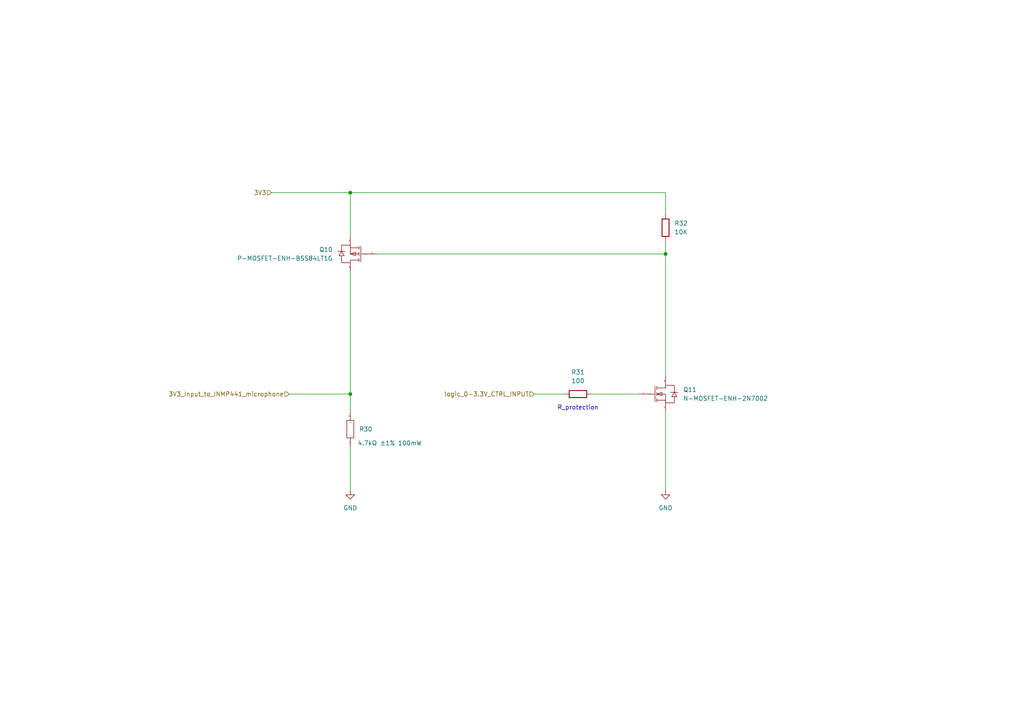
<source format=kicad_sch>
(kicad_sch
	(version 20250114)
	(generator "eeschema")
	(generator_version "9.0")
	(uuid "e904dac2-bff9-4b10-bef9-b4285167f046")
	(paper "A4")
	(lib_symbols
		(symbol "Device:R"
			(pin_numbers
				(hide yes)
			)
			(pin_names
				(offset 0)
			)
			(exclude_from_sim no)
			(in_bom yes)
			(on_board yes)
			(property "Reference" "R"
				(at 2.032 0 90)
				(effects
					(font
						(size 1.27 1.27)
					)
				)
			)
			(property "Value" "R"
				(at 0 0 90)
				(effects
					(font
						(size 1.27 1.27)
					)
				)
			)
			(property "Footprint" ""
				(at -1.778 0 90)
				(effects
					(font
						(size 1.27 1.27)
					)
					(hide yes)
				)
			)
			(property "Datasheet" "~"
				(at 0 0 0)
				(effects
					(font
						(size 1.27 1.27)
					)
					(hide yes)
				)
			)
			(property "Description" "Resistor"
				(at 0 0 0)
				(effects
					(font
						(size 1.27 1.27)
					)
					(hide yes)
				)
			)
			(property "ki_keywords" "R res resistor"
				(at 0 0 0)
				(effects
					(font
						(size 1.27 1.27)
					)
					(hide yes)
				)
			)
			(property "ki_fp_filters" "R_*"
				(at 0 0 0)
				(effects
					(font
						(size 1.27 1.27)
					)
					(hide yes)
				)
			)
			(symbol "R_0_1"
				(rectangle
					(start -1.016 -2.54)
					(end 1.016 2.54)
					(stroke
						(width 0.254)
						(type default)
					)
					(fill
						(type none)
					)
				)
			)
			(symbol "R_1_1"
				(pin passive line
					(at 0 3.81 270)
					(length 1.27)
					(name "~"
						(effects
							(font
								(size 1.27 1.27)
							)
						)
					)
					(number "1"
						(effects
							(font
								(size 1.27 1.27)
							)
						)
					)
				)
				(pin passive line
					(at 0 -3.81 90)
					(length 1.27)
					(name "~"
						(effects
							(font
								(size 1.27 1.27)
							)
						)
					)
					(number "2"
						(effects
							(font
								(size 1.27 1.27)
							)
						)
					)
				)
			)
			(embedded_fonts no)
		)
		(symbol "GND_1"
			(power)
			(pin_numbers
				(hide yes)
			)
			(pin_names
				(offset 0)
				(hide yes)
			)
			(exclude_from_sim no)
			(in_bom yes)
			(on_board yes)
			(property "Reference" "#PWR"
				(at 0 -6.35 0)
				(effects
					(font
						(size 1.27 1.27)
					)
					(hide yes)
				)
			)
			(property "Value" "GND"
				(at 0 -3.81 0)
				(effects
					(font
						(size 1.27 1.27)
					)
				)
			)
			(property "Footprint" ""
				(at 0 0 0)
				(effects
					(font
						(size 1.27 1.27)
					)
					(hide yes)
				)
			)
			(property "Datasheet" ""
				(at 0 0 0)
				(effects
					(font
						(size 1.27 1.27)
					)
					(hide yes)
				)
			)
			(property "Description" "Power symbol creates a global label with name \"GND\" , ground"
				(at 0 0 0)
				(effects
					(font
						(size 1.27 1.27)
					)
					(hide yes)
				)
			)
			(property "ki_keywords" "global power"
				(at 0 0 0)
				(effects
					(font
						(size 1.27 1.27)
					)
					(hide yes)
				)
			)
			(symbol "GND_1_0_1"
				(polyline
					(pts
						(xy 0 0) (xy 0 -1.27) (xy 1.27 -1.27) (xy 0 -2.54) (xy -1.27 -1.27) (xy 0 -1.27)
					)
					(stroke
						(width 0)
						(type default)
					)
					(fill
						(type none)
					)
				)
			)
			(symbol "GND_1_1_1"
				(pin power_in line
					(at 0 0 270)
					(length 0)
					(name "~"
						(effects
							(font
								(size 1.27 1.27)
							)
						)
					)
					(number "1"
						(effects
							(font
								(size 1.27 1.27)
							)
						)
					)
				)
			)
			(embedded_fonts no)
		)
		(symbol "My_Personal_Symbols_Library:0603WAF4701T5E"
			(exclude_from_sim no)
			(in_bom yes)
			(on_board yes)
			(property "Reference" "R"
				(at 0 0 0)
				(effects
					(font
						(size 1.27 1.27)
					)
				)
			)
			(property "Value" "4.7kΩ"
				(at 0 -3.556 0)
				(effects
					(font
						(size 1.27 1.27)
					)
					(hide yes)
				)
			)
			(property "Footprint" "RES_4K7_0603WAF4701T5E:R0603"
				(at 0 7.366 0)
				(effects
					(font
						(size 1.27 1.27)
					)
					(hide yes)
				)
			)
			(property "Datasheet" "https://atta.szlcsc.com/upload/public/pdf/source/20200306/C422600_1E6D84923E4A46A82E41ADD87F860B5C.pdf"
				(at -0.254 10.16 0)
				(effects
					(font
						(size 1.27 1.27)
					)
					(hide yes)
				)
			)
			(property "Description" "Type:Thick Film Resistors Resistance:4.7kΩ Tolerance:±1% Tolerance:±1% Power(Watts): Overload Voltage (Max): Temperature Coefficient:±100ppm/°C Temperature Coefficient:±100ppm/°C Operating Temperature Range:-55°C~+155°C Operating Temperature Range:-55°C~+155°C"
				(at 0.508 12.446 0)
				(effects
					(font
						(size 1.27 1.27)
					)
					(hide yes)
				)
			)
			(property "Manufacturer Part" "0603WAF4701T5E"
				(at -0.254 -7.874 0)
				(effects
					(font
						(size 1.27 1.27)
					)
					(hide yes)
				)
			)
			(property "Manufacturer" "UNI-ROYAL(厚声)"
				(at 0.508 -10.414 0)
				(effects
					(font
						(size 1.27 1.27)
					)
					(hide yes)
				)
			)
			(property "Supplier Part" "C23162"
				(at 0 -5.588 0)
				(effects
					(font
						(size 1.27 1.27)
					)
					(hide yes)
				)
			)
			(property "Supplier" "LCSC"
				(at 0 -13.462 0)
				(effects
					(font
						(size 1.27 1.27)
					)
					(hide yes)
				)
			)
			(property "LCSC Part Name" "4.7kΩ ±1% 100mW 厚膜电阻"
				(at -0.254 5.08 0)
				(effects
					(font
						(size 1.27 1.27)
					)
					(hide yes)
				)
			)
			(symbol "0603WAF4701T5E_1_0"
				(rectangle
					(start -2.54 1.016)
					(end 2.54 -1.016)
					(stroke
						(width 0)
						(type default)
					)
					(fill
						(type none)
					)
				)
				(pin passive line
					(at -5.08 0 0)
					(length 2.54)
					(name "1"
						(effects
							(font
								(size 0.0254 0.0254)
							)
						)
					)
					(number "1"
						(effects
							(font
								(size 0.0254 0.0254)
							)
						)
					)
				)
				(pin passive line
					(at 5.08 0 180)
					(length 2.54)
					(name "2"
						(effects
							(font
								(size 0.0254 0.0254)
							)
						)
					)
					(number "2"
						(effects
							(font
								(size 0.0254 0.0254)
							)
						)
					)
				)
			)
			(embedded_fonts no)
		)
		(symbol "My_Personal_Symbols_Library:2N7002"
			(exclude_from_sim no)
			(in_bom yes)
			(on_board yes)
			(property "Reference" "Q"
				(at -2.286 4.826 0)
				(effects
					(font
						(size 1.27 1.27)
					)
				)
			)
			(property "Value" ""
				(at 0 0 0)
				(effects
					(font
						(size 1.27 1.27)
					)
				)
			)
			(property "Footprint" "ProLib_pcs_NMOSFET_ENH_2N7002_2025-05-22:SOT-23-3_L2.9-W1.3-P1.90-LS2.4-BR"
				(at 3.048 28.448 0)
				(effects
					(font
						(size 1.27 1.27)
					)
					(hide yes)
				)
			)
			(property "Datasheet" "https://atta.szlcsc.com/upload/public/pdf/source/20171228/C164913_15144413269051213916.pdf"
				(at -1.524 19.304 0)
				(effects
					(font
						(size 1.27 1.27)
					)
					(hide yes)
				)
			)
			(property "Description" "Type:1 N-Channel Drain Source Voltage (Vdss): Continuous Drain Current (Id): Drain Source On Resistance (RDS(on)@Vgs,Id):5Ω@10V Power Dissipation (Pd):225mW Gate Threshold Voltage (Vgs(th)@Id):2.5V@250uA Input Capacitance (Ciss@Vds):50pF Reverse Transfer"
				(at -0.254 24.384 0)
				(effects
					(font
						(size 1.27 1.27)
					)
					(hide yes)
				)
			)
			(property "Manufacturer Part" "2N7002"
				(at 0.508 -14.732 0)
				(effects
					(font
						(size 1.27 1.27)
					)
					(hide yes)
				)
			)
			(property "Manufacturer" "CJ(江苏长电/长晶)"
				(at 1.778 -31.242 0)
				(effects
					(font
						(size 1.27 1.27)
					)
					(hide yes)
				)
			)
			(property "Supplier Part" "C8545"
				(at 0.762 -18.288 0)
				(effects
					(font
						(size 1.27 1.27)
					)
					(hide yes)
				)
			)
			(property "Supplier" "LCSC"
				(at 0.762 -26.162 0)
				(effects
					(font
						(size 1.27 1.27)
					)
					(hide yes)
				)
			)
			(property "LCSC Part Name" "1个N沟道 耐压:60V 电流:115mA"
				(at 0.508 16.002 0)
				(effects
					(font
						(size 1.27 1.27)
					)
					(hide yes)
				)
			)
			(symbol "2N7002_1_0"
				(polyline
					(pts
						(xy -2.54 0) (xy -0.508 0)
					)
					(stroke
						(width 0)
						(type default)
					)
					(fill
						(type none)
					)
				)
				(polyline
					(pts
						(xy -0.508 2.286) (xy -0.508 -2.286)
					)
					(stroke
						(width 0)
						(type default)
					)
					(fill
						(type none)
					)
				)
				(polyline
					(pts
						(xy 0 2.286) (xy 0 1.27)
					)
					(stroke
						(width 0)
						(type default)
					)
					(fill
						(type none)
					)
				)
				(polyline
					(pts
						(xy 0 1.778) (xy 2.54 1.778) (xy 2.54 1.778) (xy 2.54 2.54) (xy 2.54 2.54) (xy 5.08 2.54) (xy 5.08 2.54)
						(xy 5.08 0.508)
					)
					(stroke
						(width 0)
						(type default)
					)
					(fill
						(type none)
					)
				)
				(polyline
					(pts
						(xy 0 0) (xy 1.524 -0.508) (xy 1.524 -0.508) (xy 1.524 0.508) (xy 1.524 0.508) (xy 0 0)
					)
					(stroke
						(width 0)
						(type default)
					)
					(fill
						(type none)
					)
				)
				(polyline
					(pts
						(xy 0 0) (xy 2.54 0) (xy 2.54 0) (xy 2.54 -2.54) (xy 2.54 -2.54) (xy 5.08 -2.54) (xy 5.08 -2.54)
						(xy 5.08 -0.762)
					)
					(stroke
						(width 0)
						(type default)
					)
					(fill
						(type none)
					)
				)
				(polyline
					(pts
						(xy 0 -0.508) (xy 0 0.508)
					)
					(stroke
						(width 0)
						(type default)
					)
					(fill
						(type none)
					)
				)
				(polyline
					(pts
						(xy 0 -2.286) (xy 0 -1.27)
					)
					(stroke
						(width 0)
						(type default)
					)
					(fill
						(type none)
					)
				)
				(polyline
					(pts
						(xy 2.54 -1.778) (xy 0 -1.778)
					)
					(stroke
						(width 0)
						(type default)
					)
					(fill
						(type none)
					)
				)
				(polyline
					(pts
						(xy 5.08 0.508) (xy 4.318 -0.762) (xy 4.318 -0.762) (xy 5.842 -0.762) (xy 5.842 -0.762) (xy 5.08 0.508)
					)
					(stroke
						(width 0)
						(type default)
					)
					(fill
						(type none)
					)
				)
				(polyline
					(pts
						(xy 6.096 0.508) (xy 5.588 0.508) (xy 5.588 0.508) (xy 4.572 0.508) (xy 4.572 0.508) (xy 4.064 0.508)
					)
					(stroke
						(width 0)
						(type default)
					)
					(fill
						(type none)
					)
				)
				(pin input line
					(at -5.08 0 0)
					(length 2.54)
					(name "G"
						(effects
							(font
								(size 0.0254 0.0254)
							)
						)
					)
					(number "1"
						(effects
							(font
								(size 0.0254 0.0254)
							)
						)
					)
				)
				(pin input line
					(at 2.54 5.08 270)
					(length 2.54)
					(name "D"
						(effects
							(font
								(size 0.0254 0.0254)
							)
						)
					)
					(number "3"
						(effects
							(font
								(size 0.0254 0.0254)
							)
						)
					)
				)
				(pin input line
					(at 2.54 -5.08 90)
					(length 2.54)
					(name "S"
						(effects
							(font
								(size 0.0254 0.0254)
							)
						)
					)
					(number "2"
						(effects
							(font
								(size 0.0254 0.0254)
							)
						)
					)
				)
			)
			(embedded_fonts no)
		)
		(symbol "My_Personal_Symbols_Library:BSS84LT1G"
			(exclude_from_sim no)
			(in_bom yes)
			(on_board yes)
			(property "Reference" "Q"
				(at -1.778 4.064 0)
				(effects
					(font
						(size 1.27 1.27)
					)
				)
			)
			(property "Value" ""
				(at 0 0 0)
				(effects
					(font
						(size 1.27 1.27)
					)
				)
			)
			(property "Footprint" "ProLib_pcs_PMOSFET_ENH_BSS84LT1G_2025-05-22:SOT-23-3_L2.9-W1.6-P1.90-LS2.8-BR"
				(at 0.762 25.146 0)
				(effects
					(font
						(size 1.27 1.27)
					)
					(hide yes)
				)
			)
			(property "Datasheet" "https://atta.szlcsc.com/upload/public/pdf/source/20160910/1473490307635.PDF"
				(at 0 28.956 0)
				(effects
					(font
						(size 1.27 1.27)
					)
					(hide yes)
				)
			)
			(property "Description" "Type:1个PChannel Drain Source Voltage (Vdss): Continuous Drain Current (Id): Power Dissipation (Pd): Drain Source On Resistance (RDS(on)@Vgs,Id):10Ω@5V,100mA Gate Threshold Voltage (Vgs(th)@Id):2V@250uA Input Capacitance (Ciss@Vds):30pF@5V Operating Temper"
				(at 1.524 19.05 0)
				(effects
					(font
						(size 1.27 1.27)
					)
					(hide yes)
				)
			)
			(property "Manufacturer Part" "BSS84LT1G"
				(at 0.254 -16.002 0)
				(effects
					(font
						(size 1.27 1.27)
					)
					(hide yes)
				)
			)
			(property "Manufacturer" "onsemi(安森美)"
				(at 1.016 -26.67 0)
				(effects
					(font
						(size 1.27 1.27)
					)
					(hide yes)
				)
			)
			(property "Supplier Part" "C82079"
				(at 0.254 -20.32 0)
				(effects
					(font
						(size 1.27 1.27)
					)
					(hide yes)
				)
			)
			(property "Supplier" "LCSC"
				(at 0 -23.368 0)
				(effects
					(font
						(size 1.27 1.27)
					)
					(hide yes)
				)
			)
			(property "LCSC Part Name" "1个P沟道 耐压:50V 电流:130mA"
				(at 0.508 14.986 0)
				(effects
					(font
						(size 1.27 1.27)
					)
					(hide yes)
				)
			)
			(symbol "BSS84LT1G_1_0"
				(polyline
					(pts
						(xy -2.54 0) (xy -0.508 0)
					)
					(stroke
						(width 0)
						(type default)
					)
					(fill
						(type none)
					)
				)
				(polyline
					(pts
						(xy -0.508 2.286) (xy -0.508 -2.286)
					)
					(stroke
						(width 0)
						(type default)
					)
					(fill
						(type none)
					)
				)
				(polyline
					(pts
						(xy 0 2.286) (xy 0 1.27)
					)
					(stroke
						(width 0)
						(type default)
					)
					(fill
						(type none)
					)
				)
				(polyline
					(pts
						(xy 0 1.778) (xy 2.54 1.778) (xy 2.54 1.778) (xy 2.54 2.54) (xy 2.54 2.54) (xy 5.08 2.54) (xy 5.08 2.54)
						(xy 5.08 0.508)
					)
					(stroke
						(width 0)
						(type default)
					)
					(fill
						(type none)
					)
				)
				(polyline
					(pts
						(xy 0 0) (xy 2.54 0) (xy 2.54 0) (xy 2.54 -2.54) (xy 2.54 -2.54) (xy 5.08 -2.54) (xy 5.08 -2.54)
						(xy 5.08 -0.762)
					)
					(stroke
						(width 0)
						(type default)
					)
					(fill
						(type none)
					)
				)
				(polyline
					(pts
						(xy 0 -0.508) (xy 0 0.508)
					)
					(stroke
						(width 0)
						(type default)
					)
					(fill
						(type none)
					)
				)
				(polyline
					(pts
						(xy 0 -2.286) (xy 0 -1.27)
					)
					(stroke
						(width 0)
						(type default)
					)
					(fill
						(type none)
					)
				)
				(polyline
					(pts
						(xy 2.54 0) (xy 1.016 0.508) (xy 1.016 0.508) (xy 1.016 -0.508) (xy 1.016 -0.508) (xy 2.54 0)
					)
					(stroke
						(width 0)
						(type default)
					)
					(fill
						(type none)
					)
				)
				(polyline
					(pts
						(xy 2.54 -1.778) (xy 0 -1.778)
					)
					(stroke
						(width 0)
						(type default)
					)
					(fill
						(type none)
					)
				)
				(polyline
					(pts
						(xy 4.064 -0.762) (xy 4.572 -0.762) (xy 4.572 -0.762) (xy 5.588 -0.762) (xy 5.588 -0.762) (xy 6.096 -0.762)
					)
					(stroke
						(width 0)
						(type default)
					)
					(fill
						(type none)
					)
				)
				(polyline
					(pts
						(xy 5.08 -0.762) (xy 5.842 0.508) (xy 5.842 0.508) (xy 4.318 0.508) (xy 4.318 0.508) (xy 5.08 -0.762)
					)
					(stroke
						(width 0)
						(type default)
					)
					(fill
						(type none)
					)
				)
				(pin passive line
					(at -5.08 0 0)
					(length 2.54)
					(name "G"
						(effects
							(font
								(size 0.0254 0.0254)
							)
						)
					)
					(number "1"
						(effects
							(font
								(size 0.0254 0.0254)
							)
						)
					)
				)
				(pin passive line
					(at 2.54 5.08 270)
					(length 2.54)
					(name "D"
						(effects
							(font
								(size 0.0254 0.0254)
							)
						)
					)
					(number "3"
						(effects
							(font
								(size 0.0254 0.0254)
							)
						)
					)
				)
				(pin passive line
					(at 2.54 -5.08 90)
					(length 2.54)
					(name "S"
						(effects
							(font
								(size 0.0254 0.0254)
							)
						)
					)
					(number "2"
						(effects
							(font
								(size 0.0254 0.0254)
							)
						)
					)
				)
			)
			(embedded_fonts no)
		)
	)
	(text "R_protection"
		(exclude_from_sim no)
		(at 167.64 118.364 0)
		(effects
			(font
				(size 1.27 1.27)
			)
		)
		(uuid "ff0a2076-1f14-473f-b473-4b20582b765e")
	)
	(junction
		(at 101.6 55.88)
		(diameter 0)
		(color 0 0 0 0)
		(uuid "2a854600-d12c-4164-a56e-e5d766a24102")
	)
	(junction
		(at 101.6 114.3)
		(diameter 0)
		(color 0 0 0 0)
		(uuid "604e4efa-637b-4717-a578-6be6a985c69f")
	)
	(junction
		(at 193.04 73.66)
		(diameter 0)
		(color 0 0 0 0)
		(uuid "f133d411-84a3-4c10-b62b-6b36af8e2da5")
	)
	(wire
		(pts
			(xy 193.04 119.38) (xy 193.04 142.24)
		)
		(stroke
			(width 0)
			(type default)
		)
		(uuid "1771b064-526e-407a-bbec-70c9e2bc1270")
	)
	(wire
		(pts
			(xy 101.6 55.88) (xy 101.6 68.58)
		)
		(stroke
			(width 0)
			(type default)
		)
		(uuid "23b8f105-a398-4add-9e45-bc475eb4eaee")
	)
	(wire
		(pts
			(xy 101.6 55.88) (xy 193.04 55.88)
		)
		(stroke
			(width 0)
			(type default)
		)
		(uuid "246cf3dd-ab1b-431e-8ec8-74a504520e1c")
	)
	(wire
		(pts
			(xy 193.04 73.66) (xy 193.04 69.85)
		)
		(stroke
			(width 0)
			(type default)
		)
		(uuid "3751b959-7ee4-485f-b316-0f48afac4020")
	)
	(wire
		(pts
			(xy 101.6 129.54) (xy 101.6 142.24)
		)
		(stroke
			(width 0)
			(type default)
		)
		(uuid "376a6d8d-9fea-4876-9a4d-b6471a76729e")
	)
	(wire
		(pts
			(xy 193.04 55.88) (xy 193.04 62.23)
		)
		(stroke
			(width 0)
			(type default)
		)
		(uuid "3b78f2ea-fe0c-463e-9cde-f424c92d26e9")
	)
	(wire
		(pts
			(xy 101.6 78.74) (xy 101.6 114.3)
		)
		(stroke
			(width 0)
			(type default)
		)
		(uuid "49e89512-77f7-436b-b844-1e05229842d0")
	)
	(wire
		(pts
			(xy 101.6 114.3) (xy 101.6 119.38)
		)
		(stroke
			(width 0)
			(type default)
		)
		(uuid "747f4942-f65a-4edc-90b7-96010ee6641e")
	)
	(wire
		(pts
			(xy 171.45 114.3) (xy 185.42 114.3)
		)
		(stroke
			(width 0)
			(type default)
		)
		(uuid "800141af-337b-4144-bf4b-13a7bdefbb71")
	)
	(wire
		(pts
			(xy 83.82 114.3) (xy 101.6 114.3)
		)
		(stroke
			(width 0)
			(type default)
		)
		(uuid "948bc4d1-4a69-46b7-8b8e-dd1cd579d6c7")
	)
	(wire
		(pts
			(xy 193.04 73.66) (xy 193.04 109.22)
		)
		(stroke
			(width 0)
			(type default)
		)
		(uuid "af5b66dd-2583-414e-bd66-20a56f828de2")
	)
	(wire
		(pts
			(xy 78.74 55.88) (xy 101.6 55.88)
		)
		(stroke
			(width 0)
			(type default)
		)
		(uuid "cb33ebe1-f7ba-4a01-9c3c-a07964de1e3a")
	)
	(wire
		(pts
			(xy 154.94 114.3) (xy 163.83 114.3)
		)
		(stroke
			(width 0)
			(type default)
		)
		(uuid "cb54de08-db1e-413e-aa6e-e8461a393a05")
	)
	(wire
		(pts
			(xy 109.22 73.66) (xy 193.04 73.66)
		)
		(stroke
			(width 0)
			(type default)
		)
		(uuid "d3abd7e3-32c5-415e-96a2-c78252af328b")
	)
	(hierarchical_label "3V3_Input_to_INMP441_microphone"
		(shape input)
		(at 83.82 114.3 180)
		(effects
			(font
				(size 1.27 1.27)
			)
			(justify right)
		)
		(uuid "44f7bfc4-ec0c-4eb8-b755-e0c259fb5a5a")
	)
	(hierarchical_label "3V3"
		(shape input)
		(at 78.74 55.88 180)
		(effects
			(font
				(size 1.27 1.27)
			)
			(justify right)
		)
		(uuid "4ada222f-f277-40fd-8034-875ee76b82e6")
	)
	(hierarchical_label "logic_0-3.3V_CTRL_INPUT"
		(shape input)
		(at 154.94 114.3 180)
		(effects
			(font
				(size 1.27 1.27)
			)
			(justify right)
		)
		(uuid "7ad25148-b8b1-4f1a-aa2a-70c1225127ef")
	)
	(symbol
		(lib_name "GND_1")
		(lib_id "power:GND")
		(at 193.04 142.24 0)
		(unit 1)
		(exclude_from_sim no)
		(in_bom yes)
		(on_board yes)
		(dnp no)
		(fields_autoplaced yes)
		(uuid "3d53a200-7461-49a4-ad22-24146584bf3f")
		(property "Reference" "#PWR074"
			(at 193.04 148.59 0)
			(effects
				(font
					(size 1.27 1.27)
				)
				(hide yes)
			)
		)
		(property "Value" "GND"
			(at 193.04 147.32 0)
			(effects
				(font
					(size 1.27 1.27)
				)
			)
		)
		(property "Footprint" ""
			(at 193.04 142.24 0)
			(effects
				(font
					(size 1.27 1.27)
				)
				(hide yes)
			)
		)
		(property "Datasheet" ""
			(at 193.04 142.24 0)
			(effects
				(font
					(size 1.27 1.27)
				)
				(hide yes)
			)
		)
		(property "Description" "Power symbol creates a global label with name \"GND\" , ground"
			(at 193.04 142.24 0)
			(effects
				(font
					(size 1.27 1.27)
				)
				(hide yes)
			)
		)
		(pin "1"
			(uuid "e0835f2e-cb97-408b-a07f-cb73919206f5")
		)
		(instances
			(project "MY-ESP32"
				(path "/d6d8d651-8dd4-45a4-bd17-f84a87bbb30c/b3780aea-0409-4b0e-9d6e-ab9fc89bcb41"
					(reference "#PWR074")
					(unit 1)
				)
			)
		)
	)
	(symbol
		(lib_id "Device:R")
		(at 193.04 66.04 180)
		(unit 1)
		(exclude_from_sim no)
		(in_bom yes)
		(on_board yes)
		(dnp no)
		(fields_autoplaced yes)
		(uuid "6a9b3661-b9ae-4f0a-85c4-ed2058e88c0a")
		(property "Reference" "R32"
			(at 195.58 64.7699 0)
			(effects
				(font
					(size 1.27 1.27)
				)
				(justify right)
			)
		)
		(property "Value" "10K"
			(at 195.58 67.3099 0)
			(effects
				(font
					(size 1.27 1.27)
				)
				(justify right)
			)
		)
		(property "Footprint" "Resistor_SMD:R_0805_2012Metric_Pad1.20x1.40mm_HandSolder"
			(at 194.818 66.04 90)
			(effects
				(font
					(size 1.27 1.27)
				)
				(hide yes)
			)
		)
		(property "Datasheet" "~"
			(at 193.04 66.04 0)
			(effects
				(font
					(size 1.27 1.27)
				)
				(hide yes)
			)
		)
		(property "Description" ""
			(at 193.04 66.04 0)
			(effects
				(font
					(size 1.27 1.27)
				)
			)
		)
		(property "REF" "C17414"
			(at 193.04 66.04 0)
			(effects
				(font
					(size 1.27 1.27)
				)
				(hide yes)
			)
		)
		(pin "1"
			(uuid "2214c3e1-e1cd-44c1-8f5b-49d50e6e1836")
		)
		(pin "2"
			(uuid "cf6dc739-3c4f-4b06-92ab-6be349fdc3d0")
		)
		(instances
			(project "MY-ESP32"
				(path "/d6d8d651-8dd4-45a4-bd17-f84a87bbb30c/b3780aea-0409-4b0e-9d6e-ab9fc89bcb41"
					(reference "R32")
					(unit 1)
				)
			)
		)
	)
	(symbol
		(lib_id "My_Personal_Symbols_Library:2N7002")
		(at 190.5 114.3 0)
		(unit 1)
		(exclude_from_sim no)
		(in_bom yes)
		(on_board yes)
		(dnp no)
		(fields_autoplaced yes)
		(uuid "73883e3b-7c97-404e-84c8-bf4c0be0ff2c")
		(property "Reference" "Q11"
			(at 198.12 113.0299 0)
			(effects
				(font
					(size 1.27 1.27)
				)
				(justify left)
			)
		)
		(property "Value" "N-MOSFET-ENH-2N7002"
			(at 198.12 115.5699 0)
			(effects
				(font
					(size 1.27 1.27)
				)
				(justify left)
			)
		)
		(property "Footprint" "My_Personal_Footprints_Library:2N7002"
			(at 193.548 85.852 0)
			(effects
				(font
					(size 1.27 1.27)
				)
				(hide yes)
			)
		)
		(property "Datasheet" "https://atta.szlcsc.com/upload/public/pdf/source/20171228/C164913_15144413269051213916.pdf"
			(at 188.976 94.996 0)
			(effects
				(font
					(size 1.27 1.27)
				)
				(hide yes)
			)
		)
		(property "Description" "Type:1 N-Channel Drain Source Voltage (Vdss): Continuous Drain Current (Id): Drain Source On Resistance (RDS(on)@Vgs,Id):5Ω@10V Power Dissipation (Pd):225mW Gate Threshold Voltage (Vgs(th)@Id):2.5V@250uA Input Capacitance (Ciss@Vds):50pF Reverse Transfer"
			(at 190.246 89.916 0)
			(effects
				(font
					(size 1.27 1.27)
				)
				(hide yes)
			)
		)
		(property "Manufacturer Part" "2N7002"
			(at 191.008 129.032 0)
			(effects
				(font
					(size 1.27 1.27)
				)
				(hide yes)
			)
		)
		(property "Manufacturer" "CJ(江苏长电/长晶)"
			(at 192.278 145.542 0)
			(effects
				(font
					(size 1.27 1.27)
				)
				(hide yes)
			)
		)
		(property "Supplier Part" "C8545"
			(at 191.262 132.588 0)
			(effects
				(font
					(size 1.27 1.27)
				)
				(hide yes)
			)
		)
		(property "Supplier" "LCSC"
			(at 191.262 140.462 0)
			(effects
				(font
					(size 1.27 1.27)
				)
				(hide yes)
			)
		)
		(property "LCSC Part Name" "1个N沟道 耐压:60V 电流:115mA"
			(at 191.008 98.298 0)
			(effects
				(font
					(size 1.27 1.27)
				)
				(hide yes)
			)
		)
		(pin "3"
			(uuid "ebed617b-44ae-4856-a396-eaae9dd479e5")
		)
		(pin "1"
			(uuid "5be8e9df-c7e1-4b50-ae6a-b634a4c2f578")
		)
		(pin "2"
			(uuid "1783dc60-ad27-425a-afb1-ab7f584877a3")
		)
		(instances
			(project "MY-ESP32"
				(path "/d6d8d651-8dd4-45a4-bd17-f84a87bbb30c/b3780aea-0409-4b0e-9d6e-ab9fc89bcb41"
					(reference "Q11")
					(unit 1)
				)
			)
		)
	)
	(symbol
		(lib_id "My_Personal_Symbols_Library:0603WAF4701T5E")
		(at 101.6 124.46 90)
		(unit 1)
		(exclude_from_sim no)
		(in_bom yes)
		(on_board yes)
		(dnp no)
		(uuid "77abd30d-466d-4eff-8367-bfd7ac7d9599")
		(property "Reference" "R30"
			(at 104.14 124.4599 90)
			(effects
				(font
					(size 1.27 1.27)
				)
				(justify right)
			)
		)
		(property "Value" "4.7kΩ ±1% 100mW"
			(at 113.03 128.524 90)
			(effects
				(font
					(size 1.27 1.27)
				)
			)
		)
		(property "Footprint" "My_Personal_Footprints_Library:0603WAF4701T5E"
			(at 94.234 124.46 0)
			(effects
				(font
					(size 1.27 1.27)
				)
				(hide yes)
			)
		)
		(property "Datasheet" "https://atta.szlcsc.com/upload/public/pdf/source/20200306/C422600_1E6D84923E4A46A82E41ADD87F860B5C.pdf"
			(at 91.44 124.714 0)
			(effects
				(font
					(size 1.27 1.27)
				)
				(hide yes)
			)
		)
		(property "Description" "Type:Thick Film Resistors Resistance:4.7kΩ Tolerance:±1% Tolerance:±1% Power(Watts): Overload Voltage (Max): Temperature Coefficient:±100ppm/°C Temperature Coefficient:±100ppm/°C Operating Temperature Range:-55°C~+155°C Operating Temperature Range:-55°C~+155°C"
			(at 89.154 123.952 0)
			(effects
				(font
					(size 1.27 1.27)
				)
				(hide yes)
			)
		)
		(property "Manufacturer Part" "0603WAF4701T5E"
			(at 109.474 124.714 0)
			(effects
				(font
					(size 1.27 1.27)
				)
				(hide yes)
			)
		)
		(property "Manufacturer" "UNI-ROYAL(厚声)"
			(at 112.014 123.952 0)
			(effects
				(font
					(size 1.27 1.27)
				)
				(hide yes)
			)
		)
		(property "Supplier Part" "C23162"
			(at 107.188 124.46 0)
			(effects
				(font
					(size 1.27 1.27)
				)
				(hide yes)
			)
		)
		(property "Supplier" "LCSC"
			(at 115.062 124.46 0)
			(effects
				(font
					(size 1.27 1.27)
				)
				(hide yes)
			)
		)
		(property "LCSC Part Name" "4.7kΩ ±1% 100mW"
			(at 96.52 124.714 0)
			(effects
				(font
					(size 1.27 1.27)
				)
				(hide yes)
			)
		)
		(pin "1"
			(uuid "4f83e064-0d60-4f0b-8941-859a00413a44")
		)
		(pin "2"
			(uuid "d2786e23-b36b-4e8c-8ca3-55ae07e165c7")
		)
		(instances
			(project "MY-ESP32"
				(path "/d6d8d651-8dd4-45a4-bd17-f84a87bbb30c/b3780aea-0409-4b0e-9d6e-ab9fc89bcb41"
					(reference "R30")
					(unit 1)
				)
			)
		)
	)
	(symbol
		(lib_name "GND_1")
		(lib_id "power:GND")
		(at 101.6 142.24 0)
		(unit 1)
		(exclude_from_sim no)
		(in_bom yes)
		(on_board yes)
		(dnp no)
		(fields_autoplaced yes)
		(uuid "9f292e08-baca-4651-8e0e-378ad53c8edd")
		(property "Reference" "#PWR073"
			(at 101.6 148.59 0)
			(effects
				(font
					(size 1.27 1.27)
				)
				(hide yes)
			)
		)
		(property "Value" "GND"
			(at 101.6 147.32 0)
			(effects
				(font
					(size 1.27 1.27)
				)
			)
		)
		(property "Footprint" ""
			(at 101.6 142.24 0)
			(effects
				(font
					(size 1.27 1.27)
				)
				(hide yes)
			)
		)
		(property "Datasheet" ""
			(at 101.6 142.24 0)
			(effects
				(font
					(size 1.27 1.27)
				)
				(hide yes)
			)
		)
		(property "Description" "Power symbol creates a global label with name \"GND\" , ground"
			(at 101.6 142.24 0)
			(effects
				(font
					(size 1.27 1.27)
				)
				(hide yes)
			)
		)
		(pin "1"
			(uuid "33e16479-48f0-42ee-9329-c15d62bae364")
		)
		(instances
			(project "MY-ESP32"
				(path "/d6d8d651-8dd4-45a4-bd17-f84a87bbb30c/b3780aea-0409-4b0e-9d6e-ab9fc89bcb41"
					(reference "#PWR073")
					(unit 1)
				)
			)
		)
	)
	(symbol
		(lib_id "Device:R")
		(at 167.64 114.3 270)
		(unit 1)
		(exclude_from_sim no)
		(in_bom yes)
		(on_board yes)
		(dnp no)
		(fields_autoplaced yes)
		(uuid "a0c8f24e-ec60-4ccb-8a89-26c9c95dca64")
		(property "Reference" "R31"
			(at 167.64 107.95 90)
			(effects
				(font
					(size 1.27 1.27)
				)
			)
		)
		(property "Value" "100"
			(at 167.64 110.49 90)
			(effects
				(font
					(size 1.27 1.27)
				)
			)
		)
		(property "Footprint" "Resistor_SMD:R_0805_2012Metric_Pad1.20x1.40mm_HandSolder"
			(at 167.64 112.522 90)
			(effects
				(font
					(size 1.27 1.27)
				)
				(hide yes)
			)
		)
		(property "Datasheet" "~"
			(at 167.64 114.3 0)
			(effects
				(font
					(size 1.27 1.27)
				)
				(hide yes)
			)
		)
		(property "Description" ""
			(at 167.64 114.3 0)
			(effects
				(font
					(size 1.27 1.27)
				)
			)
		)
		(property "REF" "C17408"
			(at 167.64 114.3 0)
			(effects
				(font
					(size 1.27 1.27)
				)
				(hide yes)
			)
		)
		(pin "1"
			(uuid "83bc41b7-86b9-408c-bdfc-0f7105e18561")
		)
		(pin "2"
			(uuid "cbe0335f-e73f-4cfa-8ec7-be1daf3fdf74")
		)
		(instances
			(project "MY-ESP32"
				(path "/d6d8d651-8dd4-45a4-bd17-f84a87bbb30c/b3780aea-0409-4b0e-9d6e-ab9fc89bcb41"
					(reference "R31")
					(unit 1)
				)
			)
		)
	)
	(symbol
		(lib_id "My_Personal_Symbols_Library:BSS84LT1G")
		(at 104.14 73.66 180)
		(unit 1)
		(exclude_from_sim no)
		(in_bom yes)
		(on_board yes)
		(dnp no)
		(fields_autoplaced yes)
		(uuid "f9b9d130-8353-469a-85cb-a8e007a04d36")
		(property "Reference" "Q10"
			(at 96.52 72.3899 0)
			(effects
				(font
					(size 1.27 1.27)
				)
				(justify left)
			)
		)
		(property "Value" "P-MOSFET-ENH-BSS84LT1G"
			(at 96.52 74.9299 0)
			(effects
				(font
					(size 1.27 1.27)
				)
				(justify left)
			)
		)
		(property "Footprint" "My_Personal_Footprints_Library:BSS84LT1G"
			(at 103.378 98.806 0)
			(effects
				(font
					(size 1.27 1.27)
				)
				(hide yes)
			)
		)
		(property "Datasheet" "https://atta.szlcsc.com/upload/public/pdf/source/20160910/1473490307635.PDF"
			(at 104.14 102.616 0)
			(effects
				(font
					(size 1.27 1.27)
				)
				(hide yes)
			)
		)
		(property "Description" "Type:1个PChannel Drain Source Voltage (Vdss): Continuous Drain Current (Id): Power Dissipation (Pd): Drain Source On Resistance (RDS(on)@Vgs,Id):10Ω@5V,100mA Gate Threshold Voltage (Vgs(th)@Id):2V@250uA Input Capacitance (Ciss@Vds):30pF@5V Operating Temper"
			(at 102.616 92.71 0)
			(effects
				(font
					(size 1.27 1.27)
				)
				(hide yes)
			)
		)
		(property "Manufacturer Part" "BSS84LT1G"
			(at 103.886 57.658 0)
			(effects
				(font
					(size 1.27 1.27)
				)
				(hide yes)
			)
		)
		(property "Manufacturer" "onsemi(安森美)"
			(at 103.124 46.99 0)
			(effects
				(font
					(size 1.27 1.27)
				)
				(hide yes)
			)
		)
		(property "Supplier Part" "C82079"
			(at 103.886 53.34 0)
			(effects
				(font
					(size 1.27 1.27)
				)
				(hide yes)
			)
		)
		(property "Supplier" "LCSC"
			(at 104.14 50.292 0)
			(effects
				(font
					(size 1.27 1.27)
				)
				(hide yes)
			)
		)
		(property "LCSC Part Name" "1个P沟道 耐压:50V 电流:130mA"
			(at 103.632 88.646 0)
			(effects
				(font
					(size 1.27 1.27)
				)
				(hide yes)
			)
		)
		(pin "1"
			(uuid "cce40e15-d742-4840-a8e1-99d3ce01b783")
		)
		(pin "3"
			(uuid "7c608373-f12e-435e-a172-65d58eea2142")
		)
		(pin "2"
			(uuid "2c40db0c-16ee-48de-9cff-013c8e39b23d")
		)
		(instances
			(project "MY-ESP32"
				(path "/d6d8d651-8dd4-45a4-bd17-f84a87bbb30c/b3780aea-0409-4b0e-9d6e-ab9fc89bcb41"
					(reference "Q10")
					(unit 1)
				)
			)
		)
	)
)

</source>
